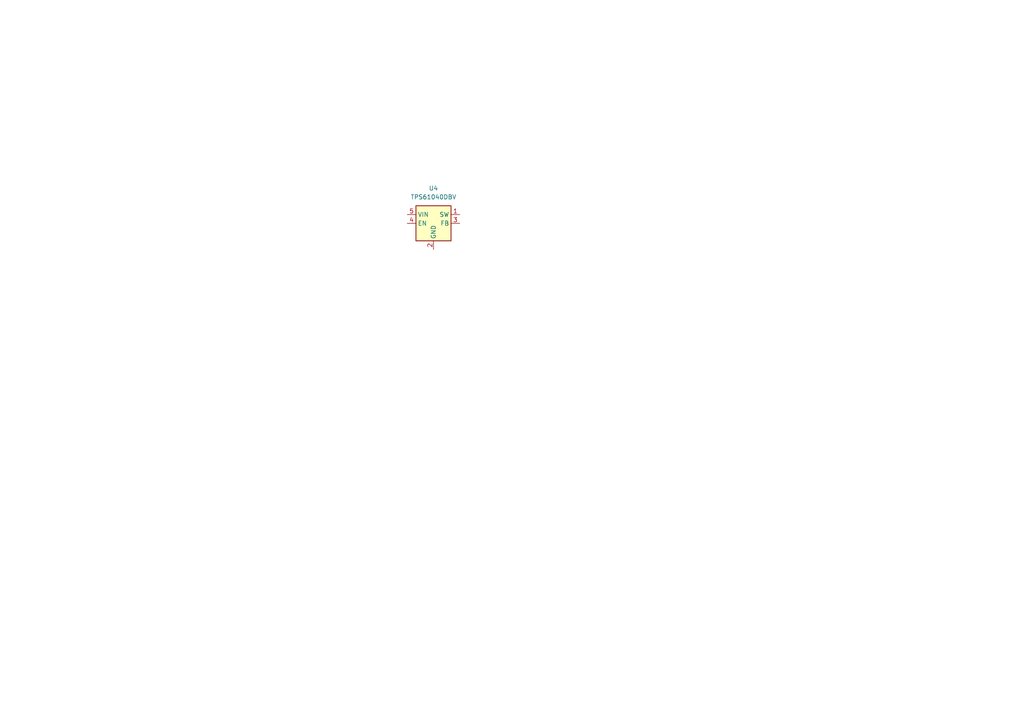
<source format=kicad_sch>
(kicad_sch (version 20230121) (generator eeschema)
  (paper "A4")
  (lib_symbols
    (symbol "Regulator_Switching:TPS61040DBV"
      (property "Reference" "U" (at -5.08 6.35 0))
      (property "Value" "TPS61040DBV" (at 0 6.35 0))
      (symbol "TPS61040DBV_0_1"
        (rectangle (start -5.08 5.08) (end 5.08 -5.08) (stroke (width 0.254)) (fill (type background)))
      )
      (symbol "TPS61040DBV_1_1"
        (pin power_out line (at 7.62 2.54 180) (length 2.54) (name "SW") (number "1"))
        (pin power_in line (at 0 -7.62 90) (length 2.54) (name "GND") (number "2"))
        (pin input line (at 7.62 0 180) (length 2.54) (name "FB") (number "3"))
        (pin input line (at -7.62 0 0) (length 2.54) (name "EN") (number "4"))
        (pin power_in line (at -7.62 2.54 0) (length 2.54) (name "VIN") (number "5"))
      )
    )
  )
  (symbol (lib_id "Regulator_Switching:TPS61040DBV") (at 125.73 64.77 0) (unit 1)
    (property "Reference" "U4" (at 125.73 54.61 0))
    (property "Value" "TPS61040DBV" (at 125.73 57.15 0))
    (property "Footprint" "Package_TO_SOT_SMD:SOT-23-5" (effects hide))
    (property "Datasheet" "http://www.ti.com/lit/ds/symlink/tps61040.pdf" (effects hide))
  )
)
</source>
